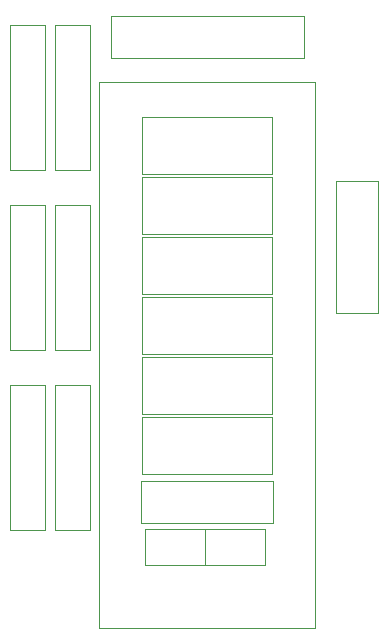
<source format=gbr>
G04 #@! TF.GenerationSoftware,KiCad,Pcbnew,(5.0.0-3-g5ebb6b6)*
G04 #@! TF.CreationDate,2019-02-02T18:47:35+01:00*
G04 #@! TF.ProjectId,tt_nano_HAT,74745F6E616E6F5F4841542E6B696361,rev?*
G04 #@! TF.SameCoordinates,Original*
G04 #@! TF.FileFunction,Other,User*
%FSLAX46Y46*%
G04 Gerber Fmt 4.6, Leading zero omitted, Abs format (unit mm)*
G04 Created by KiCad (PCBNEW (5.0.0-3-g5ebb6b6)) date Saturday, 02. February 2019 um 18:47:35*
%MOMM*%
%LPD*%
G01*
G04 APERTURE LIST*
%ADD10C,0.050000*%
G04 APERTURE END LIST*
D10*
G04 #@! TO.C,A1*
X161000000Y-49555001D02*
X179280000Y-49555001D01*
X161000000Y-49555001D02*
X161000000Y-95775001D01*
X179280000Y-95775001D02*
X179280000Y-49555001D01*
X179280000Y-95775001D02*
X161000000Y-95775001D01*
G04 #@! TO.C,D4*
X153440000Y-44670000D02*
X153440000Y-56930000D01*
X156440000Y-44670000D02*
X153440000Y-44670000D01*
X156440000Y-56930000D02*
X156440000Y-44670000D01*
X153440000Y-56930000D02*
X156440000Y-56930000D01*
G04 #@! TO.C,J2*
X162030000Y-47520000D02*
X178330000Y-47520000D01*
X178330000Y-47520000D02*
X178330000Y-43920000D01*
X178330000Y-43920000D02*
X162030000Y-43920000D01*
X162030000Y-43920000D02*
X162030000Y-47520000D01*
G04 #@! TO.C,J3*
X181080000Y-57890000D02*
X184630000Y-57890000D01*
X184630000Y-57890000D02*
X184630000Y-69090000D01*
X184630000Y-69090000D02*
X181080000Y-69090000D01*
X181080000Y-69090000D02*
X181080000Y-57890000D01*
G04 #@! TO.C,J4*
X175640000Y-77910000D02*
X164640000Y-77910000D01*
X175640000Y-82710000D02*
X175640000Y-77910000D01*
X164640000Y-82710000D02*
X175640000Y-82710000D01*
X164640000Y-77910000D02*
X164640000Y-82710000D01*
G04 #@! TO.C,J5*
X164640000Y-72830000D02*
X164640000Y-77630000D01*
X164640000Y-77630000D02*
X175640000Y-77630000D01*
X175640000Y-77630000D02*
X175640000Y-72830000D01*
X175640000Y-72830000D02*
X164640000Y-72830000D01*
G04 #@! TO.C,J6*
X175640000Y-67750000D02*
X164640000Y-67750000D01*
X175640000Y-72550000D02*
X175640000Y-67750000D01*
X164640000Y-72550000D02*
X175640000Y-72550000D01*
X164640000Y-67750000D02*
X164640000Y-72550000D01*
G04 #@! TO.C,J7*
X164640000Y-62670000D02*
X164640000Y-67470000D01*
X164640000Y-67470000D02*
X175640000Y-67470000D01*
X175640000Y-67470000D02*
X175640000Y-62670000D01*
X175640000Y-62670000D02*
X164640000Y-62670000D01*
G04 #@! TO.C,J8*
X175640000Y-57590000D02*
X164640000Y-57590000D01*
X175640000Y-62390000D02*
X175640000Y-57590000D01*
X164640000Y-62390000D02*
X175640000Y-62390000D01*
X164640000Y-57590000D02*
X164640000Y-62390000D01*
G04 #@! TO.C,J9*
X164640000Y-52510000D02*
X164640000Y-57310000D01*
X164640000Y-57310000D02*
X175640000Y-57310000D01*
X175640000Y-57310000D02*
X175640000Y-52510000D01*
X175640000Y-52510000D02*
X164640000Y-52510000D01*
G04 #@! TO.C,D3*
X157250000Y-56930000D02*
X160250000Y-56930000D01*
X160250000Y-56930000D02*
X160250000Y-44670000D01*
X160250000Y-44670000D02*
X157250000Y-44670000D01*
X157250000Y-44670000D02*
X157250000Y-56930000D01*
G04 #@! TO.C,D5*
X157250000Y-72170000D02*
X160250000Y-72170000D01*
X160250000Y-72170000D02*
X160250000Y-59910000D01*
X160250000Y-59910000D02*
X157250000Y-59910000D01*
X157250000Y-59910000D02*
X157250000Y-72170000D01*
G04 #@! TO.C,D6*
X153440000Y-59910000D02*
X153440000Y-72170000D01*
X156440000Y-59910000D02*
X153440000Y-59910000D01*
X156440000Y-72170000D02*
X156440000Y-59910000D01*
X153440000Y-72170000D02*
X156440000Y-72170000D01*
G04 #@! TO.C,D7*
X157250000Y-87410000D02*
X160250000Y-87410000D01*
X160250000Y-87410000D02*
X160250000Y-75150000D01*
X160250000Y-75150000D02*
X157250000Y-75150000D01*
X157250000Y-75150000D02*
X157250000Y-87410000D01*
G04 #@! TO.C,D8*
X153440000Y-75150000D02*
X153440000Y-87410000D01*
X156440000Y-75150000D02*
X153440000Y-75150000D01*
X156440000Y-87410000D02*
X156440000Y-75150000D01*
X153440000Y-87410000D02*
X156440000Y-87410000D01*
G04 #@! TO.C,J1*
X164570000Y-86890000D02*
X175770000Y-86890000D01*
X175770000Y-86890000D02*
X175770000Y-83290000D01*
X175770000Y-83290000D02*
X164570000Y-83290000D01*
X164570000Y-83290000D02*
X164570000Y-86890000D01*
G04 #@! TO.C,D12*
X164870000Y-87400000D02*
X164870000Y-90400000D01*
X164870000Y-90400000D02*
X169960000Y-90400000D01*
X169960000Y-90400000D02*
X169960000Y-87400000D01*
X169960000Y-87400000D02*
X164870000Y-87400000D01*
G04 #@! TO.C,D13*
X175040000Y-87400000D02*
X169950000Y-87400000D01*
X175040000Y-90400000D02*
X175040000Y-87400000D01*
X169950000Y-90400000D02*
X175040000Y-90400000D01*
X169950000Y-87400000D02*
X169950000Y-90400000D01*
G04 #@! TD*
M02*

</source>
